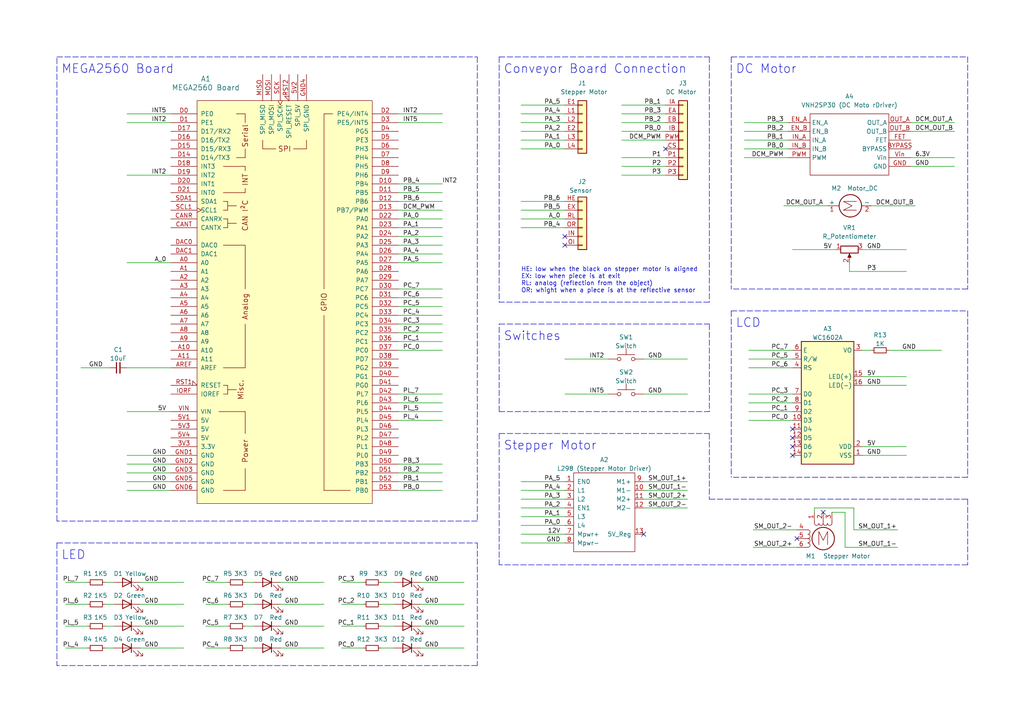
<source format=kicad_sch>
(kicad_sch (version 20211123) (generator eeschema)
  (paper "A4")
  (title_block (title "MECH 458/554 Project") (date "2023-11-13") (rev "A") (comment 1 "Group 6") (comment 2 "Taylor Liao") (comment 3 "Gavin Angman"))
  (lib_symbols
    (symbol "Conn_01x06_1" (pin_names (offset 1.016) hide)
      (property "Reference" "J?" (at -1.27 10.795 0))
      (property "Value" "Conn_01x06_1" (at -3.81 8.255 0))
      (symbol "Conn_01x06_1_1_1"
        (rectangle (start -1.27 -7.493) (end 0 -7.747) (stroke (width 0.1524)))
        (rectangle (start -1.27 -4.953) (end 0 -5.207) (stroke (width 0.1524)))
        (rectangle (start -1.27 -2.413) (end 0 -2.667) (stroke (width 0.1524)))
        (rectangle (start -1.27 0.127) (end 0 -0.127) (stroke (width 0.1524)))
        (rectangle (start -1.27 2.667) (end 0 2.413) (stroke (width 0.1524)))
        (rectangle (start -1.27 5.207) (end 0 4.953) (stroke (width 0.1524)))
        (rectangle (start -1.27 6.35) (end 1.27 -8.89) (stroke (width 0.254)) (fill (type background)))
        (pin passive line (at -5.08 2.54 0) (length 3.81) (name "Pin_2") (number "EX"))
        (pin passive line (at -5.08 5.08 0) (length 3.81) (name "Pin_1") (number "HE"))
        (pin passive line (at -5.08 -5.08 0) (length 3.81) (name "Pin_5") (number "IN"))
        (pin passive line (at -5.08 -7.62 0) (length 3.81) (name "Pin_6") (number "OI"))
        (pin passive line (at -5.08 -2.54 0) (length 3.81) (name "Pin_4") (number "OR"))
        (pin passive line (at -5.08 0 0) (length 3.81) (name "Pin_3") (number "RL"))
      )
    )
    (symbol "Connector_Generic:Conn_01x06" (pin_names (offset 1.016) hide)
      (property "Reference" "J?" (at -1.27 10.795 0))
      (property "Value" "Stepper Motor" (at -6.985 8.255 0))
      (symbol "Conn_01x06_1_1"
        (rectangle (start -1.27 -7.493) (end 0 -7.747) (stroke (width 0.1524)))
        (rectangle (start -1.27 -4.953) (end 0 -5.207) (stroke (width 0.1524)))
        (rectangle (start -1.27 -2.413) (end 0 -2.667) (stroke (width 0.1524)))
        (rectangle (start -1.27 0.127) (end 0 -0.127) (stroke (width 0.1524)))
        (rectangle (start -1.27 2.667) (end 0 2.413) (stroke (width 0.1524)))
        (rectangle (start -1.27 5.207) (end 0 4.953) (stroke (width 0.1524)))
        (rectangle (start -1.27 6.35) (end 1.27 -8.89) (stroke (width 0.254)) (fill (type background)))
        (pin passive line (at -5.08 5.08 0) (length 3.81) (name "Pin_1") (number "E1"))
        (pin passive line (at -5.08 -2.54 0) (length 3.81) (name "Pin_4") (number "E2"))
        (pin passive line (at -5.08 2.54 0) (length 3.81) (name "Pin_2") (number "L1"))
        (pin passive line (at -5.08 0 0) (length 3.81) (name "Pin_3") (number "L2"))
        (pin passive line (at -5.08 -5.08 0) (length 3.81) (name "Pin_5") (number "L3"))
        (pin passive line (at -5.08 -7.62 0) (length 3.81) (name "Pin_6") (number "L4"))
      )
    )
    (symbol "Connector_Generic:Conn_01x09" (pin_names (offset 1.016) hide)
      (property "Reference" "J?" (at -1.27 16.51 0))
      (property "Value" "DC Motor" (at -5.08 13.97 0))
      (symbol "Conn_01x09_1_1"
        (rectangle (start -1.27 -10.033) (end 0 -10.287) (stroke (width 0.1524)))
        (rectangle (start -1.27 -7.493) (end 0 -7.747) (stroke (width 0.1524)))
        (rectangle (start -1.27 -4.953) (end 0 -5.207) (stroke (width 0.1524)))
        (rectangle (start -1.27 -2.413) (end 0 -2.667) (stroke (width 0.1524)))
        (rectangle (start -1.27 0.127) (end 0 -0.127) (stroke (width 0.1524)))
        (rectangle (start -1.27 2.667) (end 0 2.413) (stroke (width 0.1524)))
        (rectangle (start -1.27 5.207) (end 0 4.953) (stroke (width 0.1524)))
        (rectangle (start -1.27 7.747) (end 0 7.493) (stroke (width 0.1524)))
        (rectangle (start -1.27 10.287) (end 0 10.033) (stroke (width 0.1524)))
        (rectangle (start -1.27 11.43) (end 1.27 -11.43) (stroke (width 0.254)) (fill (type background)))
        (pin passive line (at -5.08 -2.54 0) (length 3.81) (name "Pin_6") (number "CS"))
        (pin passive line (at -5.08 7.62 0) (length 3.81) (name "Pin_2") (number "EA"))
        (pin passive line (at -5.08 5.08 0) (length 3.81) (name "Pin_3") (number "EB"))
        (pin passive line (at -5.08 10.16 0) (length 3.81) (name "EA") (number "IA"))
        (pin passive line (at -5.08 2.54 0) (length 3.81) (name "Pin_4") (number "IB"))
        (pin passive line (at -5.08 -5.08 0) (length 3.81) (name "Pin_7") (number "P1"))
        (pin passive line (at -5.08 -7.62 0) (length 3.81) (name "Pin_8") (number "P2"))
        (pin passive line (at -5.08 -10.16 0) (length 3.81) (name "Pin_9") (number "P3"))
        (pin passive line (at -5.08 0 0) (length 3.81) (name "Pin_5") (number "PWM"))
      )
    )
    (symbol "Device:C_Small" (pin_numbers hide) (pin_names (offset 0.254) hide)
      (property "Reference" "C" (at 0.254 1.778 0))
      (property "Value" "C_Small" (at 0.254 -2.032 0))
      (symbol "C_Small_0_1"
        (polyline (pts (xy -1.524 -0.508) (xy 1.524 -0.508)) (stroke (width 0.3302)))
        (polyline (pts (xy -1.524 0.508) (xy 1.524 0.508)) (stroke (width 0.3048)))
      )
      (symbol "C_Small_1_1"
        (pin passive line (at 0 2.54 270) (length 2.032) (name "~") (number "1"))
        (pin passive line (at 0 -2.54 90) (length 2.032) (name "~") (number "2"))
      )
    )
    (symbol "Device:LED" (pin_numbers hide) (pin_names (offset 1.016) hide)
      (property "Reference" "D" (at 0 2.54 0))
      (property "Value" "LED" (at 0 -2.54 0))
      (symbol "LED_0_1"
        (polyline (pts (xy -1.27 -1.27) (xy -1.27 1.27)) (stroke (width 0.254)))
        (polyline (pts (xy -1.27 0) (xy 1.27 0)))
        (polyline (pts (xy 1.27 -1.27) (xy 1.27 1.27) (xy -1.27 0) (xy 1.27 -1.27)) (stroke (width 0.254)))
        (polyline (pts (xy -3.048 -0.762) (xy -4.572 -2.286) (xy -3.81 -2.286) (xy -4.572 -2.286) (xy -4.572 -1.524)))
        (polyline (pts (xy -1.778 -0.762) (xy -3.302 -2.286) (xy -2.54 -2.286) (xy -3.302 -2.286) (xy -3.302 -1.524)))
      )
      (symbol "LED_1_1"
        (pin passive line (at -3.81 0 0) (length 2.54) (name "K") (number "1"))
        (pin passive line (at 3.81 0 180) (length 2.54) (name "A") (number "2"))
      )
    )
    (symbol "Device:R_Potentiometer" (pin_names (offset 1.016) hide)
      (property "Reference" "RV" (at -4.445 0 90))
      (property "Value" "R_Potentiometer" (at -2.54 0 90))
      (symbol "R_Potentiometer_0_1"
        (polyline (pts (xy 2.54 0) (xy 1.524 0)))
        (polyline (pts (xy 1.143 0) (xy 2.286 0.508) (xy 2.286 -0.508) (xy 1.143 0)) (fill (type outline)))
        (rectangle (start 1.016 2.54) (end -1.016 -2.54) (stroke (width 0.254)))
      )
      (symbol "R_Potentiometer_1_1"
        (pin passive line (at 0 3.81 270) (length 1.27) (name "1") (number "1"))
        (pin passive line (at 3.81 0 180) (length 1.27) (name "2") (number "2"))
        (pin passive line (at 0 -3.81 90) (length 1.27) (name "3") (number "3"))
      )
    )
    (symbol "Device:R_Small" (pin_numbers hide) (pin_names (offset 0.254) hide)
      (property "Reference" "R" (at 0.762 0.508 0))
      (property "Value" "R_Small" (at 0.762 -1.016 0))
      (symbol "R_Small_0_1"
        (rectangle (start -0.762 1.778) (end 0.762 -1.778) (stroke (width 0.2032)))
      )
      (symbol "R_Small_1_1"
        (pin passive line (at 0 2.54 270) (length 0.762) (name "~") (number "1"))
        (pin passive line (at 0 -2.54 90) (length 0.762) (name "~") (number "2"))
      )
    )
    (symbol "Motor:Motor_DC" (pin_names (offset 0))
      (property "Reference" "M" (at 2.54 2.54 0))
      (property "Value" "Motor_DC" (at 2.54 -5.08 0))
      (symbol "Motor_DC_0_0"
        (polyline (pts (xy -1.27 -3.302) (xy -1.27 0.508) (xy 0 -2.032) (xy 1.27 0.508) (xy 1.27 -3.302)))
      )
      (symbol "Motor_DC_0_1"
        (circle (center 0 -1.524) (radius 3.2512) (stroke (width 0.254)))
        (polyline (pts (xy 0 -7.62) (xy 0 -7.112)))
        (polyline (pts (xy 0 -4.7752) (xy 0 -5.1816)))
        (polyline (pts (xy 0 1.7272) (xy 0 2.0828)))
        (polyline (pts (xy 0 2.032) (xy 0 2.54)))
      )
      (symbol "Motor_DC_1_1"
        (pin passive line (at 0 5.08 270) (length 2.54) (name "+") (number "1"))
        (pin passive line (at 0 -7.62 90) (length 2.54) (name "-") (number "2"))
      )
    )
    (symbol "Motor:Stepper_Motor_unipolar_6pin" (pin_names (offset 0) hide)
      (property "Reference" "M" (at 3.81 2.54 0))
      (property "Value" "Stepper_Motor_unipolar_6pin" (at 3.81 1.27 0))
      (symbol "Stepper_Motor_unipolar_6pin_0_0"
        (polyline (pts (xy -1.27 -1.778) (xy -1.27 2.032) (xy 0 -0.508) (xy 1.27 2.032) (xy 1.27 -1.778)))
      )
      (symbol "Stepper_Motor_unipolar_6pin_0_1"
        (arc (start -4.445 -2.54) (mid -3.81 -1.905) (end -4.445 -1.27))
        (arc (start -4.445 -1.27) (mid -3.81 -0.635) (end -4.445 0))
        (arc (start -4.445 0) (mid -3.81 0.635) (end -4.445 1.27))
        (arc (start -4.445 1.27) (mid -3.81 1.905) (end -4.445 2.54))
        (arc (start -2.54 4.445) (mid -1.905 3.81) (end -1.27 4.445))
        (arc (start -1.27 4.445) (mid -0.635 3.81) (end 0 4.445))
        (polyline (pts (xy -5.08 -2.54) (xy -4.445 -2.54)))
        (polyline (pts (xy -5.08 2.54) (xy -4.445 2.54)))
        (polyline (pts (xy -4.445 0) (xy -5.08 0)))
        (polyline (pts (xy -2.54 4.445) (xy -2.54 5.08)))
        (polyline (pts (xy 0 4.445) (xy 0 5.08)))
        (polyline (pts (xy 2.54 4.445) (xy 2.54 5.08)))
        (circle (center 0 0) (radius 3.2512) (stroke (width 0.254)))
        (arc (start 0 4.445) (mid 0.635 3.81) (end 1.27 4.445))
        (arc (start 1.27 4.445) (mid 1.905 3.81) (end 2.54 4.445))
      )
      (symbol "Stepper_Motor_unipolar_6pin_1_1"
        (pin passive line (at -2.54 7.62 270) (length 2.54) (name "~") (number "1"))
        (pin passive line (at 0 7.62 270) (length 2.54) (name "~") (number "2"))
        (pin passive line (at 2.54 7.62 270) (length 2.54) (name "-") (number "3"))
        (pin passive line (at -7.62 2.54 0) (length 2.54) (name "~") (number "4"))
        (pin passive line (at -7.62 0 0) (length 2.54) (name "~") (number "5"))
        (pin passive line (at -7.62 -2.54 0) (length 2.54) (name "~") (number "6"))
      )
    )
    (symbol "Project:L298" (pin_names (offset 1.016))
      (property "Reference" "U" (at 0 15.24 0))
      (property "Value" "L298" (at 0 12.7 0))
      (symbol "L298_0_1"
        (rectangle (start -8.89 11.43) (end 8.89 -11.43) (stroke (width 0.1524)))
      )
      (symbol "L298_1_1"
        (pin input line (at -11.43 8.89 0) (length 2.54) (name "EN0") (number "1"))
        (pin output line (at 11.43 6.35 180) (length 2.54) (name "M1-") (number "10"))
        (pin output line (at 11.43 3.81 180) (length 2.54) (name "M2+") (number "11"))
        (pin output line (at 11.43 1.27 180) (length 2.54) (name "M2-") (number "12"))
        (pin power_in line (at 11.43 -6.35 180) (length 2.54) (name "5V_Reg") (number "13"))
        (pin input line (at -11.43 6.35 0) (length 2.54) (name "L1") (number "2"))
        (pin input line (at -11.43 3.81 0) (length 2.54) (name "L2") (number "3"))
        (pin input line (at -11.43 1.27 0) (length 2.54) (name "EN1") (number "4"))
        (pin input line (at -11.43 -1.27 0) (length 2.54) (name "L3") (number "5"))
        (pin input line (at -11.43 -3.81 0) (length 2.54) (name "L4") (number "6"))
        (pin power_in line (at -11.43 -6.35 0) (length 2.54) (name "Mpwr+") (number "7"))
        (pin power_in line (at -11.43 -8.89 0) (length 2.54) (name "Mpwr-") (number "8"))
        (pin output line (at 11.43 8.89 180) (length 2.54) (name "M1+") (number "9"))
      )
    )
    (symbol "Project:LCD1602"
      (property "Reference" "DS?" (at -1.27 22.86 0))
      (property "Value" "LCD1602" (at -3.81 20.32 0))
      (symbol "LCD1602_1_1"
        (rectangle (start -7.62 17.78) (end 7.62 -17.78) (stroke (width 0.254)) (fill (type background)))
        (pin power_in line (at 10.16 -15.24 180) (length 2.54) (name "VSS") (number "1"))
        (pin input line (at -10.16 -5.08 0) (length 2.54) (name "D3") (number "10"))
        (pin input line (at -10.16 -7.62 0) (length 2.54) (name "D4") (number "11"))
        (pin input line (at -10.16 -10.16 0) (length 2.54) (name "D5") (number "12"))
        (pin input line (at -10.16 -12.7 0) (length 2.54) (name "D6") (number "13"))
        (pin input line (at -10.16 -15.24 0) (length 2.54) (name "D7") (number "14"))
        (pin power_in line (at 10.16 7.62 180) (length 2.54) (name "LED(+)") (number "15"))
        (pin power_in line (at 10.16 5.08 180) (length 2.54) (name "LED(-)") (number "16"))
        (pin power_in line (at 10.16 -12.7 180) (length 2.54) (name "VDD") (number "2"))
        (pin input line (at 10.16 15.24 180) (length 2.54) (name "VO") (number "3"))
        (pin input line (at -10.16 10.16 0) (length 2.54) (name "RS") (number "4"))
        (pin input line (at -10.16 12.7 0) (length 2.54) (name "R/W") (number "5"))
        (pin input line (at -10.16 15.24 0) (length 2.54) (name "E") (number "6"))
        (pin input line (at -10.16 2.54 0) (length 2.54) (name "D0") (number "7"))
        (pin input line (at -10.16 0 0) (length 2.54) (name "D1") (number "8"))
        (pin input line (at -10.16 -2.54 0) (length 2.54) (name "D2") (number "9"))
      )
    )
    (symbol "Project:VNH2SP30_(DC_Motor_Driver)"
      (property "Reference" "U?" (at 0 3.649 0))
      (property "Value" "VNH2SP30_(DC_Motor_Driver)" (at 0 1.1121 0))
      (symbol "VNH2SP30_(DC_Motor_Driver)_0_1"
        (rectangle (start -11.43 0) (end 11.43 -17.78) (stroke (width 0.1524)))
      )
      (symbol "VNH2SP30_(DC_Motor_Driver)_1_1"
        (pin passive line (at 17.78 -10.16 180) (length 6.35) (name "BYPASS") (number "BYPASS"))
        (pin passive line (at -17.78 -2.54 0) (length 6.35) (name "EN_A") (number "EN_A"))
        (pin passive line (at -17.78 -5.08 0) (length 6.35) (name "EN_B") (number "EN_B"))
        (pin passive line (at 17.78 -7.62 180) (length 6.35) (name "FET") (number "FET"))
        (pin passive line (at 17.78 -15.24 180) (length 6.35) (name "GND") (number "GND"))
        (pin passive line (at -17.78 -7.62 0) (length 6.35) (name "IN_A") (number "IN_A"))
        (pin passive line (at -17.78 -10.16 0) (length 6.35) (name "IN_B") (number "IN_B"))
        (pin passive line (at 17.78 -2.54 180) (length 6.35) (name "OUT_A") (number "OUT_A"))
        (pin passive line (at 17.78 -5.08 180) (length 6.35) (name "OUT_B") (number "OUT_B"))
        (pin passive line (at -17.78 -12.7 0) (length 6.35) (name "PWM") (number "PWM"))
        (pin passive line (at 17.78 -12.7 180) (length 6.35) (name "Vin") (number "Vin"))
      )
    )
    (symbol "Switch:SW_Push" (pin_numbers hide) (pin_names (offset 1.016) hide)
      (property "Reference" "SW" (at 1.27 2.54 0))
      (property "Value" "SW_Push" (at 0 -1.524 0))
      (symbol "SW_Push_0_1"
        (circle (center -2.032 0) (radius 0.508))
        (polyline (pts (xy 0 1.27) (xy 0 3.048)))
        (polyline (pts (xy 2.54 1.27) (xy -2.54 1.27)))
        (circle (center 2.032 0) (radius 0.508))
        (pin passive line (at -5.08 0 0) (length 2.54) (name "1") (number "1"))
        (pin passive line (at 5.08 0 180) (length 2.54) (name "2") (number "2"))
      )
    )
    (symbol "arduino-library:Arduino_Due_Shield" (pin_names (offset 1.016))
      (property "Reference" "A?" (at 0 -60.5517 0))
      (property "Value" "MEGA2560 Board" (at 0 -63.5451 0))
      (symbol "Arduino_Due_Shield_0_0"
        (rectangle (start -25.4 -58.42) (end 25.4 58.42) (fill (type background)))
        (rectangle (start -19.05 -31.75) (end -11.43 -31.75))
        (rectangle (start -17.78 -54.61) (end -11.43 -54.61))
        (rectangle (start -17.78 -26.67) (end -16.51 -26.67))
        (rectangle (start -17.78 -24.13) (end -16.51 -24.13))
        (rectangle (start -17.78 -19.05) (end -11.43 -19.05))
        (rectangle (start -17.78 16.51) (end -11.43 16.51))
        (rectangle (start -17.78 21.59) (end -16.51 21.59))
        (rectangle (start -17.78 24.13) (end -16.51 24.13))
        (rectangle (start -17.78 26.67) (end -16.51 26.67))
        (rectangle (start -17.78 29.21) (end -16.51 29.21))
        (rectangle (start -17.78 31.75) (end -11.43 31.75))
        (rectangle (start -17.78 39.37) (end -11.43 39.37))
        (rectangle (start -16.51 -25.4) (end -13.97 -25.4))
        (rectangle (start -16.51 -24.13) (end -16.51 -26.67))
        (rectangle (start -16.51 22.86) (end -13.97 22.86))
        (rectangle (start -16.51 24.13) (end -16.51 21.59))
        (rectangle (start -16.51 27.94) (end -13.97 27.94))
        (rectangle (start -16.51 29.21) (end -16.51 26.67))
        (rectangle (start -11.43 -54.61) (end -11.43 -48.26))
        (rectangle (start -11.43 -31.75) (end -11.43 -38.1))
        (rectangle (start -11.43 -6.35) (end -11.43 -19.05))
        (rectangle (start -11.43 16.51) (end -11.43 3.81))
        (rectangle (start -11.43 33.02) (end -11.43 31.75))
        (rectangle (start -11.43 39.37) (end -11.43 38.1))
        (rectangle (start -11.43 41.91) (end -13.97 41.91))
        (rectangle (start -11.43 44.45) (end -11.43 41.91))
        (rectangle (start -11.43 54.61) (end -13.97 54.61))
        (rectangle (start -11.43 54.61) (end -11.43 52.07))
        (rectangle (start -6.35 46.99) (end -6.35 44.45))
        (rectangle (start -2.54 44.45) (end -6.35 44.45))
        (polyline (pts (xy 11.43 -54.61) (xy 19.05 -54.61)))
        (polyline (pts (xy 13.97 54.61) (xy 11.43 54.61)))
        (rectangle (start 6.35 44.45) (end 2.54 44.45))
        (rectangle (start 6.35 46.99) (end 6.35 44.45))
        (text "Analog" (at -11.43 -1.27 900) (effects (font (size 1.524 1.524))))
        (text "CAN" (at -11.43 22.86 900) (effects (font (size 1.524 1.524))))
        (text "INT" (at -11.43 35.56 900) (effects (font (size 1.524 1.524))))
        (text "I²C" (at -11.43 27.94 900) (effects (font (size 1.524 1.524))))
        (text "Misc." (at -12.7 -25.4 900) (effects (font (size 1.524 1.524))))
        (text "Power" (at -11.43 -43.18 900) (effects (font (size 1.524 1.524))))
        (text "Serial" (at -11.43 48.26 900) (effects (font (size 1.524 1.524))))
        (text "SPI" (at 0 44.45 0) (effects (font (size 1.524 1.524))))
      )
      (symbol "Arduino_Due_Shield_1_0"
        (rectangle (start 11.43 -54.61) (end 11.43 -3.81))
        (rectangle (start 11.43 54.61) (end 11.43 3.81))
        (text "GPIO" (at 11.43 0 900) (effects (font (size 1.524 1.524))))
      )
      (symbol "Arduino_Due_Shield_1_1"
        (pin power_out line (at -33.02 -41.91 0) (length 7.62) (name "3.3V") (number "3V3"))
        (pin power_in line (at -33.02 -34.29 0) (length 7.62) (name "5V") (number "5V1"))
        (pin power_in line (at 3.81 66.04 270) (length 7.62) (name "SPI_5V") (number "5V2"))
        (pin power_in line (at -33.02 -36.83 0) (length 7.62) (name "5V") (number "5V3"))
        (pin power_in line (at -33.02 -39.37 0) (length 7.62) (name "5V") (number "5V4"))
        (pin bidirectional line (at -33.02 11.43 0) (length 7.62) (name "A0") (number "A0"))
        (pin bidirectional line (at -33.02 8.89 0) (length 7.62) (name "A1") (number "A1"))
        (pin bidirectional line (at -33.02 -13.97 0) (length 7.62) (name "A10") (number "A10"))
        (pin bidirectional line (at -33.02 -16.51 0) (length 7.62) (name "A11") (number "A11"))
        (pin bidirectional line (at -33.02 6.35 0) (length 7.62) (name "A2") (number "A2"))
        (pin bidirectional line (at -33.02 3.81 0) (length 7.62) (name "A3") (number "A3"))
        (pin bidirectional line (at -33.02 1.27 0) (length 7.62) (name "A4") (number "A4"))
        (pin bidirectional line (at -33.02 -1.27 0) (length 7.62) (name "A5") (number "A5"))
        (pin bidirectional line (at -33.02 -3.81 0) (length 7.62) (name "A6") (number "A6"))
        (pin bidirectional line (at -33.02 -6.35 0) (length 7.62) (name "A7") (number "A7"))
        (pin bidirectional line (at -33.02 -8.89 0) (length 7.62) (name "A8") (number "A8"))
        (pin bidirectional line (at -33.02 -11.43 0) (length 7.62) (name "A9") (number "A9"))
        (pin input line (at -33.02 -19.05 0) (length 7.62) (name "AREF") (number "AREF"))
        (pin bidirectional line (at -33.02 24.13 0) (length 7.62) (name "CANRX") (number "CANR"))
        (pin bidirectional line (at -33.02 21.59 0) (length 7.62) (name "CANTX") (number "CANT"))
        (pin bidirectional line (at -33.02 54.61 0) (length 7.62) (name "PE0") (number "D0"))
        (pin bidirectional line (at -33.02 52.07 0) (length 7.62) (name "PE1") (number "D1"))
        (pin bidirectional line (at 33.02 34.29 180) (length 7.62) (name "PB4") (number "D10"))
        (pin bidirectional line (at 33.02 31.75 180) (length 7.62) (name "PB5") (number "D11"))
        (pin bidirectional line (at 33.02 29.21 180) (length 7.62) (name "PB6") (number "D12"))
        (pin bidirectional line (at 33.02 26.67 180) (length 7.62) (name "PB7/PWM") (number "D13"))
        (pin bidirectional line (at -33.02 41.91 0) (length 7.62) (name "D14/TX3") (number "D14"))
        (pin bidirectional line (at -33.02 44.45 0) (length 7.62) (name "D15/RX3") (number "D15"))
        (pin bidirectional line (at -33.02 46.99 0) (length 7.62) (name "D16/TX2") (number "D16"))
        (pin bidirectional line (at -33.02 49.53 0) (length 7.62) (name "D17/RX2") (number "D17"))
        (pin bidirectional line (at -33.02 39.37 0) (length 7.62) (name "INT3") (number "D18"))
        (pin bidirectional line (at -33.02 36.83 0) (length 7.62) (name "INT2") (number "D19"))
        (pin bidirectional line (at 33.02 54.61 180) (length 7.62) (name "PE4/INT4") (number "D2"))
        (pin bidirectional line (at -33.02 34.29 0) (length 7.62) (name "INT1") (number "D20"))
        (pin bidirectional line (at -33.02 31.75 0) (length 7.62) (name "INT0") (number "D21"))
        (pin bidirectional line (at 33.02 24.13 180) (length 7.62) (name "PA0") (number "D22"))
        (pin bidirectional line (at 33.02 21.59 180) (length 7.62) (name "PA1") (number "D23"))
        (pin bidirectional line (at 33.02 19.05 180) (length 7.62) (name "PA2") (number "D24"))
        (pin bidirectional line (at 33.02 16.51 180) (length 7.62) (name "PA3") (number "D25"))
        (pin bidirectional line (at 33.02 13.97 180) (length 7.62) (name "PA4") (number "D26"))
        (pin bidirectional line (at 33.02 11.43 180) (length 7.62) (name "PA5") (number "D27"))
        (pin bidirectional line (at 33.02 8.89 180) (length 7.62) (name "PA6") (number "D28"))
        (pin bidirectional line (at 33.02 6.35 180) (length 7.62) (name "PA7") (number "D29"))
        (pin bidirectional line (at 33.02 52.07 180) (length 7.62) (name "PE5/INT5") (number "D3"))
        (pin bidirectional line (at 33.02 3.81 180) (length 7.62) (name "PC7") (number "D30"))
        (pin bidirectional line (at 33.02 1.27 180) (length 7.62) (name "PC6") (number "D31"))
        (pin bidirectional line (at 33.02 -1.27 180) (length 7.62) (name "PC5") (number "D32"))
        (pin bidirectional line (at 33.02 -3.81 180) (length 7.62) (name "PC4") (number "D33"))
        (pin bidirectional line (at 33.02 -6.35 180) (length 7.62) (name "PC3") (number "D34"))
        (pin bidirectional line (at 33.02 -8.89 180) (length 7.62) (name "PC2") (number "D35"))
        (pin bidirectional line (at 33.02 -11.43 180) (length 7.62) (name "PC1") (number "D36"))
        (pin bidirectional line (at 33.02 -13.97 180) (length 7.62) (name "PC0") (number "D37"))
        (pin bidirectional line (at 33.02 -16.51 180) (length 7.62) (name "PD7") (number "D38"))
        (pin bidirectional line (at 33.02 -19.05 180) (length 7.62) (name "PG2") (number "D39"))
        (pin bidirectional line (at 33.02 49.53 180) (length 7.62) (name "PG5") (number "D4"))
        (pin bidirectional line (at 33.02 -21.59 180) (length 7.62) (name "PG1") (number "D40"))
        (pin bidirectional line (at 33.02 -24.13 180) (length 7.62) (name "PG0") (number "D41"))
        (pin bidirectional line (at 33.02 -26.67 180) (length 7.62) (name "PL7") (number "D42"))
        (pin bidirectional line (at 33.02 -29.21 180) (length 7.62) (name "PL6") (number "D43"))
        (pin bidirectional line (at 33.02 -31.75 180) (length 7.62) (name "PL5") (number "D44"))
        (pin bidirectional line (at 33.02 -34.29 180) (length 7.62) (name "PL4") (number "D45"))
        (pin bidirectional line (at 33.02 -36.83 180) (length 7.62) (name "PL3") (number "D46"))
        (pin bidirectional line (at 33.02 -39.37 180) (length 7.62) (name "PL2") (number "D47"))
        (pin bidirectional line (at 33.02 -41.91 180) (length 7.62) (name "PL1") (number "D48"))
        (pin bidirectional line (at 33.02 -44.45 180) (length 7.62) (name "PL0") (number "D49"))
        (pin bidirectional line (at 33.02 46.99 180) (length 7.62) (name "PE3") (number "D5"))
        (pin bidirectional line (at 33.02 -46.99 180) (length 7.62) (name "PB3") (number "D50"))
        (pin bidirectional line (at 33.02 -49.53 180) (length 7.62) (name "PB2") (number "D51"))
        (pin bidirectional line (at 33.02 -52.07 180) (length 7.62) (name "PB1") (number "D52"))
        (pin bidirectional line (at 33.02 -54.61 180) (length 7.62) (name "PB0") (number "D53"))
        (pin bidirectional line (at 33.02 44.45 180) (length 7.62) (name "PH3") (number "D6"))
        (pin bidirectional line (at 33.02 41.91 180) (length 7.62) (name "PH4") (number "D7"))
        (pin bidirectional line (at 33.02 39.37 180) (length 7.62) (name "PH5") (number "D8"))
        (pin bidirectional line (at 33.02 36.83 180) (length 7.62) (name "PH6") (number "D9"))
        (pin bidirectional line (at -33.02 16.51 0) (length 7.62) (name "DAC0") (number "DAC0"))
        (pin bidirectional line (at -33.02 13.97 0) (length 7.62) (name "DAC1") (number "DAC1"))
        (pin power_in line (at -33.02 -44.45 0) (length 7.62) (name "GND") (number "GND1"))
        (pin power_in line (at -33.02 -46.99 0) (length 7.62) (name "GND") (number "GND2"))
        (pin power_in line (at -33.02 -49.53 0) (length 7.62) (name "GND") (number "GND3"))
        (pin power_in line (at 6.35 66.04 270) (length 7.62) (name "SPI_GND") (number "GND4"))
        (pin power_in line (at -33.02 -52.07 0) (length 7.62) (name "GND") (number "GND5"))
        (pin power_in line (at -33.02 -54.61 0) (length 7.62) (name "GND") (number "GND6"))
        (pin output line (at -33.02 -26.67 0) (length 7.62) (name "IOREF") (number "IORF"))
        (pin input line (at -6.35 66.04 270) (length 7.62) (name "SPI_MISO") (number "MISO"))
        (pin output line (at -3.81 66.04 270) (length 7.62) (name "SPI_MOSI") (number "MOSI"))
        (pin open_collector input_low (at -33.02 -24.13 0) (length 7.62) (name "RESET") (number "RST1"))
        (pin open_collector input_low (at 1.27 66.04 270) (length 7.62) (name "SPI_RESET") (number "RST2"))
        (pin output clock (at -1.27 66.04 270) (length 7.62) (name "SPI_SCK") (number "SCK"))
        (pin bidirectional clock (at -33.02 26.67 0) (length 7.62) (name "SCL1") (number "SCL1"))
        (pin bidirectional line (at -33.02 29.21 0) (length 7.62) (name "SDA1") (number "SDA1"))
        (pin power_in line (at -33.02 -31.75 0) (length 7.62) (name "VIN") (number "VIN"))
      )
    )
  )
  (no_connect (at 229.87 129.54))
  (no_connect (at 163.83 68.58))
  (no_connect (at 186.69 154.94))
  (no_connect (at 163.83 71.12))
  (no_connect (at 229.87 127))
  (no_connect (at 229.87 132.08))
  (no_connect (at 231.14 156.21))
  (no_connect (at 193.04 43.18))
  (no_connect (at 229.87 124.46))
  (no_connect (at 238.76 148.59))
  (wire (pts (xy 151.13 58.42) (xy 163.83 58.42)))
  (wire (pts (xy 115.57 55.88) (xy 128.27 55.88)))
  (polyline (pts (xy 144.78 93.98) (xy 205.74 93.98)))
  (polyline (pts (xy 280.67 16.51) (xy 280.67 83.82)))
  (wire (pts (xy 180.34 50.8) (xy 193.04 50.8)))
  (wire (pts (xy 186.69 142.24) (xy 199.39 142.24)))
  (wire (pts (xy 199.39 114.3) (xy 186.69 114.3)))
  (polyline (pts (xy 138.43 16.51) (xy 138.43 151.13)))
  (wire (pts (xy 163.83 40.64) (xy 151.13 40.64)))
  (wire (pts (xy 19.05 175.26) (xy 25.4 175.26)))
  (wire (pts (xy 49.53 134.62) (xy 36.83 134.62)))
  (polyline (pts (xy 212.09 90.17) (xy 280.67 90.17)))
  (wire (pts (xy 115.57 33.02) (xy 128.27 33.02)))
  (wire (pts (xy 115.57 119.38) (xy 128.27 119.38)))
  (wire (pts (xy 180.34 45.72) (xy 193.04 45.72)))
  (wire (pts (xy 115.57 63.5) (xy 128.27 63.5)))
  (wire (pts (xy 163.83 35.56) (xy 151.13 35.56)))
  (wire (pts (xy 115.57 121.92) (xy 128.27 121.92)))
  (wire (pts (xy 199.39 104.14) (xy 186.69 104.14)))
  (wire (pts (xy 180.34 40.64) (xy 193.04 40.64)))
  (wire (pts (xy 115.57 66.04) (xy 128.27 66.04)))
  (wire (pts (xy 115.57 101.6) (xy 128.27 101.6)))
  (wire (pts (xy 262.89 132.08) (xy 250.19 132.08)))
  (wire (pts (xy 247.65 147.32) (xy 247.65 153.67)))
  (polyline (pts (xy 205.74 87.63) (xy 144.78 87.63)))
  (wire (pts (xy 163.83 38.1) (xy 151.13 38.1)))
  (wire (pts (xy 250.19 129.54) (xy 262.89 129.54)))
  (wire (pts (xy 110.49 175.26) (xy 114.3 175.26)))
  (wire (pts (xy 115.57 93.98) (xy 128.27 93.98)))
  (polyline (pts (xy 144.78 119.38) (xy 144.78 93.98)))
  (wire (pts (xy 115.57 96.52) (xy 128.27 96.52)))
  (wire (pts (xy 180.34 48.26) (xy 193.04 48.26)))
  (wire (pts (xy 40.64 168.91) (xy 53.34 168.91)))
  (wire (pts (xy 40.64 181.61) (xy 53.34 181.61)))
  (wire (pts (xy 241.3 148.59) (xy 245.11 148.59)))
  (wire (pts (xy 99.06 187.96) (xy 105.41 187.96)))
  (wire (pts (xy 151.13 154.94) (xy 163.83 154.94)))
  (polyline (pts (xy 144.78 125.73) (xy 144.78 163.83)))
  (wire (pts (xy 81.28 181.61) (xy 93.98 181.61)))
  (wire (pts (xy 81.28 175.26) (xy 93.98 175.26)))
  (wire (pts (xy 115.57 116.84) (xy 128.27 116.84)))
  (wire (pts (xy 81.28 168.91) (xy 93.98 168.91)))
  (polyline (pts (xy 205.74 144.78) (xy 280.67 144.78)))
  (polyline (pts (xy 144.78 125.73) (xy 205.74 125.73)))
  (wire (pts (xy 115.57 91.44) (xy 128.27 91.44)))
  (wire (pts (xy 151.13 60.96) (xy 163.83 60.96)))
  (wire (pts (xy 121.92 168.91) (xy 134.62 168.91)))
  (wire (pts (xy 257.81 101.6) (xy 273.05 101.6)))
  (wire (pts (xy 218.44 158.75) (xy 231.14 158.75)))
  (wire (pts (xy 193.04 35.56) (xy 180.34 35.56)))
  (wire (pts (xy 264.16 38.1) (xy 276.86 38.1)))
  (wire (pts (xy 73.66 175.26) (xy 71.12 175.26)))
  (wire (pts (xy 81.28 187.96) (xy 93.98 187.96)))
  (wire (pts (xy 250.19 101.6) (xy 252.73 101.6)))
  (wire (pts (xy 163.83 147.32) (xy 151.13 147.32)))
  (wire (pts (xy 23.495 106.68) (xy 31.75 106.68)))
  (wire (pts (xy 236.22 147.32) (xy 247.65 147.32)))
  (wire (pts (xy 49.53 50.8) (xy 36.83 50.8)))
  (wire (pts (xy 186.69 144.78) (xy 199.39 144.78)))
  (wire (pts (xy 99.06 181.61) (xy 105.41 181.61)))
  (polyline (pts (xy 16.51 151.13) (xy 16.51 16.51)))
  (wire (pts (xy 151.13 157.48) (xy 163.83 157.48)))
  (wire (pts (xy 186.69 139.7) (xy 199.39 139.7)))
  (polyline (pts (xy 16.51 157.48) (xy 138.43 157.48)))
  (wire (pts (xy 163.83 152.4) (xy 151.13 152.4)))
  (wire (pts (xy 245.11 148.59) (xy 245.11 158.75)))
  (wire (pts (xy 247.65 153.67) (xy 260.35 153.67)))
  (wire (pts (xy 110.49 187.96) (xy 114.3 187.96)))
  (wire (pts (xy 115.57 86.36) (xy 128.27 86.36)))
  (wire (pts (xy 115.57 58.42) (xy 128.27 58.42)))
  (wire (pts (xy 163.83 139.7) (xy 151.13 139.7)))
  (polyline (pts (xy 138.43 193.04) (xy 16.51 193.04)))
  (wire (pts (xy 276.86 48.26) (xy 264.16 48.26)))
  (polyline (pts (xy 280.67 90.17) (xy 280.67 138.43)))
  (wire (pts (xy 176.53 114.3) (xy 163.83 114.3)))
  (wire (pts (xy 229.87 116.84) (xy 217.17 116.84)))
  (wire (pts (xy 59.69 168.91) (xy 66.04 168.91)))
  (wire (pts (xy 49.53 33.02) (xy 36.83 33.02)))
  (polyline (pts (xy 280.67 163.83) (xy 144.78 163.83)))
  (wire (pts (xy 59.69 175.26) (xy 66.04 175.26)))
  (wire (pts (xy 193.04 38.1) (xy 180.34 38.1)))
  (wire (pts (xy 246.38 78.74) (xy 262.89 78.74)))
  (wire (pts (xy 128.27 60.96) (xy 115.57 60.96)))
  (wire (pts (xy 264.16 35.56) (xy 276.86 35.56)))
  (wire (pts (xy 193.04 33.02) (xy 180.34 33.02)))
  (polyline (pts (xy 205.74 125.73) (xy 205.74 144.78)))
  (wire (pts (xy 99.06 175.26) (xy 105.41 175.26)))
  (wire (pts (xy 19.05 181.61) (xy 25.4 181.61)))
  (wire (pts (xy 229.87 101.6) (xy 217.17 101.6)))
  (wire (pts (xy 110.49 181.61) (xy 114.3 181.61)))
  (wire (pts (xy 262.89 111.76) (xy 250.19 111.76)))
  (wire (pts (xy 228.6 35.56) (xy 215.9 35.56)))
  (wire (pts (xy 49.53 137.16) (xy 36.83 137.16)))
  (wire (pts (xy 115.57 73.66) (xy 128.27 73.66)))
  (wire (pts (xy 229.87 114.3) (xy 217.17 114.3)))
  (wire (pts (xy 250.19 109.22) (xy 262.89 109.22)))
  (wire (pts (xy 163.83 149.86) (xy 151.13 149.86)))
  (wire (pts (xy 115.57 114.3) (xy 128.27 114.3)))
  (polyline (pts (xy 205.74 16.51) (xy 205.74 87.63)))
  (polyline (pts (xy 16.51 16.51) (xy 138.43 16.51)))
  (wire (pts (xy 36.83 106.68) (xy 49.53 106.68)))
  (polyline (pts (xy 212.09 90.17) (xy 212.09 138.43)))
  (wire (pts (xy 59.69 187.96) (xy 66.04 187.96)))
  (wire (pts (xy 193.04 30.48) (xy 180.34 30.48)))
  (wire (pts (xy 110.49 168.91) (xy 114.3 168.91)))
  (wire (pts (xy 115.57 99.06) (xy 128.27 99.06)))
  (polyline (pts (xy 280.67 138.43) (xy 212.09 138.43)))
  (wire (pts (xy 59.69 181.61) (xy 66.04 181.61)))
  (wire (pts (xy 115.57 53.34) (xy 128.27 53.34)))
  (wire (pts (xy 228.6 38.1) (xy 215.9 38.1)))
  (wire (pts (xy 186.69 147.32) (xy 199.39 147.32)))
  (wire (pts (xy 36.83 119.38) (xy 49.53 119.38)))
  (wire (pts (xy 40.64 175.26) (xy 53.34 175.26)))
  (wire (pts (xy 73.66 187.96) (xy 71.12 187.96)))
  (wire (pts (xy 176.53 104.14) (xy 163.83 104.14)))
  (wire (pts (xy 121.92 175.26) (xy 134.62 175.26)))
  (wire (pts (xy 121.92 187.96) (xy 134.62 187.96)))
  (polyline (pts (xy 138.43 157.48) (xy 138.43 193.04)))
  (wire (pts (xy 49.53 142.24) (xy 36.83 142.24)))
  (wire (pts (xy 218.44 153.67) (xy 231.14 153.67)))
  (wire (pts (xy 33.02 187.96) (xy 30.48 187.96)))
  (wire (pts (xy 115.57 142.24) (xy 128.27 142.24)))
  (wire (pts (xy 264.16 45.72) (xy 276.86 45.72)))
  (wire (pts (xy 121.92 181.61) (xy 134.62 181.61)))
  (wire (pts (xy 228.6 40.64) (xy 215.9 40.64)))
  (wire (pts (xy 99.06 168.91) (xy 105.41 168.91)))
  (wire (pts (xy 115.57 134.62) (xy 128.27 134.62)))
  (wire (pts (xy 73.66 181.61) (xy 71.12 181.61)))
  (wire (pts (xy 163.83 30.48) (xy 151.13 30.48)))
  (polyline (pts (xy 144.78 119.38) (xy 205.74 119.38)))
  (polyline (pts (xy 280.67 144.78) (xy 280.67 163.83)))
  (wire (pts (xy 163.83 43.18) (xy 151.13 43.18)))
  (wire (pts (xy 229.87 106.68) (xy 217.17 106.68)))
  (wire (pts (xy 49.53 35.56) (xy 36.83 35.56)))
  (wire (pts (xy 49.53 76.2) (xy 36.83 76.2)))
  (wire (pts (xy 228.6 43.18) (xy 215.9 43.18)))
  (wire (pts (xy 33.02 181.61) (xy 30.48 181.61)))
  (wire (pts (xy 151.13 66.04) (xy 163.83 66.04)))
  (wire (pts (xy 245.11 158.75) (xy 260.35 158.75)))
  (wire (pts (xy 40.64 187.96) (xy 53.34 187.96)))
  (polyline (pts (xy 138.43 151.13) (xy 16.51 151.13)))
  (wire (pts (xy 19.05 168.91) (xy 25.4 168.91)))
  (polyline (pts (xy 212.09 16.51) (xy 280.67 16.51)))
  (wire (pts (xy 115.57 68.58) (xy 128.27 68.58)))
  (wire (pts (xy 115.57 71.12) (xy 128.27 71.12)))
  (wire (pts (xy 115.57 88.9) (xy 128.27 88.9)))
  (wire (pts (xy 115.57 139.7) (xy 128.27 139.7)))
  (wire (pts (xy 229.87 104.14) (xy 217.17 104.14)))
  (wire (pts (xy 163.83 144.78) (xy 151.13 144.78)))
  (wire (pts (xy 262.89 72.39) (xy 250.19 72.39)))
  (polyline (pts (xy 280.67 83.82) (xy 212.09 83.82)))
  (wire (pts (xy 151.13 63.5) (xy 163.83 63.5)))
  (wire (pts (xy 33.02 168.91) (xy 30.48 168.91)))
  (wire (pts (xy 229.87 121.92) (xy 217.17 121.92)))
  (wire (pts (xy 240.03 59.69) (xy 227.33 59.69)))
  (wire (pts (xy 19.05 187.96) (xy 25.4 187.96)))
  (wire (pts (xy 229.87 72.39) (xy 242.57 72.39)))
  (polyline (pts (xy 16.51 157.48) (xy 16.51 193.04)))
  (wire (pts (xy 73.66 168.91) (xy 71.12 168.91)))
  (wire (pts (xy 115.57 35.56) (xy 128.27 35.56)))
  (wire (pts (xy 246.38 76.2) (xy 246.38 78.74)))
  (wire (pts (xy 33.02 175.26) (xy 30.48 175.26)))
  (wire (pts (xy 163.83 142.24) (xy 151.13 142.24)))
  (wire (pts (xy 252.73 59.69) (xy 265.43 59.69)))
  (polyline (pts (xy 212.09 16.51) (xy 212.09 83.82)))
  (polyline (pts (xy 144.78 16.51) (xy 144.78 87.63)))
  (wire (pts (xy 236.22 148.59) (xy 236.22 147.32)))
  (wire (pts (xy 229.87 119.38) (xy 217.17 119.38)))
  (wire (pts (xy 163.83 33.02) (xy 151.13 33.02)))
  (wire (pts (xy 49.53 139.7) (xy 36.83 139.7)))
  (polyline (pts (xy 144.78 16.51) (xy 205.74 16.51)))
  (wire (pts (xy 115.57 137.16) (xy 128.27 137.16)))
  (wire (pts (xy 115.57 76.2) (xy 128.27 76.2)))
  (wire (pts (xy 115.57 83.82) (xy 128.27 83.82)))
  (wire (pts (xy 215.9 45.72) (xy 228.6 45.72)))
  (polyline (pts (xy 205.74 93.98) (xy 205.74 119.38)))
  (wire (pts (xy 49.53 132.08) (xy 36.83 132.08)))
  (text "Conveyor Board Connection" (at 146.05 21.59 0) (effects (font (size 2.54 2.54)) (justify left bottom)))
  (text "Stepper Motor" (at 146.05 130.81 0) (effects (font (size 2.54 2.54)) (justify left bottom)))
  (text "LED" (at 17.78 162.56 0) (effects (font (size 2.54 2.54)) (justify left bottom)))
  (text "HE: low when the black on stepper motor is aligned\nEX: low when piece is at exit\nRL: analog (reflection from the object)\nOR: whight when a piece is at the reflective sensor" (at 151.13 85.09 0) (effects (font (size 1.27 1.27)) (justify left bottom)))
  (text "MEGA2560 Board" (at 17.78 21.59 0) (effects (font (size 2.54 2.54)) (justify left bottom)))
  (text "DC Motor" (at 213.36 21.59 0) (effects (font (size 2.54 2.54)) (justify left bottom)))
  (text "Switches" (at 146.05 99.06 0) (effects (font (size 2.54 2.54)) (justify left bottom)))
  (text "LCD" (at 213.36 95.25 0) (effects (font (size 2.54 2.54)) (justify left bottom)))
  (label "PA_3" (at 116.84 71.12 0))
  (label "PC_4" (at 116.84 91.44 0))
  (label "DCM_OUT_B" (at 254 59.69 0))
  (label "A_0" (at 162.56 63.5 180))
  (label "PA_1" (at 162.56 149.86 180))
  (label "GND" (at 251.46 132.08 0))
  (label "PC_0" (at 228.6 121.92 180))
  (label "PB_5" (at 116.84 55.88 0))
  (label "PC_2" (at 116.84 96.52 0))
  (label "PC_6" (at 116.84 86.36 0))
  (label "PL_6" (at 116.84 116.84 0))
  (label "PC_5" (at 63.5 181.61 180))
  (label "PB_3" (at 116.84 134.62 0))
  (label "GND" (at 48.26 134.62 180))
  (label "INT2" (at 48.26 50.8 180))
  (label "INT2" (at 116.84 33.02 0))
  (label "GND" (at 123.19 175.26 0))
  (label "12V" (at 162.56 154.94 180))
  (label "GND" (at 82.55 187.96 0))
  (label "INT2" (at 128.27 53.34 0))
  (label "PA_2" (at 162.56 38.1 180))
  (label "PC_1" (at 116.84 99.06 0))
  (label "PC_7" (at 63.5 168.91 180))
  (label "GND" (at 82.55 181.61 0))
  (label "PL_5" (at 22.86 181.61 180))
  (label "PB_1" (at 191.77 30.48 180))
  (label "SM_OUT_2-" (at 187.96 147.32 0))
  (label "GND" (at 48.26 139.7 180))
  (label "DCM_PWM" (at 227.33 45.72 180))
  (label "PL_4" (at 22.86 187.96 180))
  (label "PA_1" (at 162.56 40.64 180))
  (label "6.3V" (at 265.43 45.72 0))
  (label "PB_1" (at 116.84 139.7 0))
  (label "PC_6" (at 228.6 106.68 180))
  (label "SM_OUT_2-" (at 229.87 153.67 180))
  (label "PA_1" (at 116.84 66.04 0))
  (label "SM_OUT_1+" (at 248.92 153.67 0))
  (label "PA_5" (at 162.56 30.48 180))
  (label "PB_1" (at 227.33 40.64 180))
  (label "PB_0" (at 227.33 43.18 180))
  (label "SM_OUT_2+" (at 229.87 158.75 180))
  (label "PC_4" (at 63.5 187.96 180))
  (label "PL_4" (at 116.84 121.92 0))
  (label "GND" (at 48.26 137.16 180))
  (label "PL_6" (at 22.86 175.26 180))
  (label "INT5" (at 175.26 114.3 180))
  (label "PB_3" (at 227.33 35.56 180))
  (label "PC_7" (at 116.84 83.82 0))
  (label "PA_5" (at 116.84 76.2 0))
  (label "PA_0" (at 116.84 63.5 0))
  (label "GND" (at 48.26 132.08 180))
  (label "PC_1" (at 228.6 119.38 180))
  (label "PA_0" (at 162.56 152.4 180))
  (label "PC_3" (at 116.84 93.98 0))
  (label "PB_2" (at 191.77 35.56 180))
  (label "PC_3" (at 228.6 114.3 180))
  (label "PL_7" (at 116.84 114.3 0))
  (label "PC_7" (at 228.6 101.6 180))
  (label "INT2" (at 175.26 104.14 180))
  (label "5V" (at 48.26 119.38 180))
  (label "PB_3" (at 191.77 33.02 180))
  (label "P1" (at 191.77 45.72 180))
  (label "GND" (at 123.19 168.91 0))
  (label "GND" (at 41.91 168.91 0))
  (label "GND" (at 251.46 72.39 0))
  (label "DCM_OUT_A" (at 238.76 59.69 180))
  (label "PA_2" (at 116.84 68.58 0))
  (label "5V" (at 251.46 109.22 0))
  (label "GND" (at 265.43 48.26 0))
  (label "DCM_OUT_B" (at 265.43 38.1 0))
  (label "PB_0" (at 116.84 142.24 0))
  (label "PL_5" (at 116.84 119.38 0))
  (label "GND" (at 123.19 187.96 0))
  (label "SM_OUT_2+" (at 187.96 144.78 0))
  (label "P2" (at 191.77 48.26 180))
  (label "SM_OUT_1-" (at 187.96 142.24 0))
  (label "5V" (at 251.46 129.54 0))
  (label "PB_4" (at 116.84 53.34 0))
  (label "GND" (at 251.46 111.76 0))
  (label "PC_6" (at 63.5 175.26 180))
  (label "GND" (at 29.845 106.68 180))
  (label "PC_2" (at 102.87 175.26 180))
  (label "PA_3" (at 162.56 35.56 180))
  (label "P3" (at 191.77 50.8 180))
  (label "PA_2" (at 162.56 147.32 180))
  (label "PB_0" (at 191.77 38.1 180))
  (label "GND" (at 123.19 181.61 0))
  (label "PC_0" (at 116.84 101.6 0))
  (label "PA_4" (at 162.56 142.24 180))
  (label "GND" (at 261.62 101.6 0))
  (label "A_0" (at 48.26 76.2 180))
  (label "GND" (at 82.55 168.91 0))
  (label "PB_2" (at 227.33 38.1 180))
  (label "PC_0" (at 102.87 187.96 180))
  (label "P3" (at 251.46 78.74 0))
  (label "5V" (at 241.3 72.39 180))
  (label "PC_3" (at 102.87 168.91 180))
  (label "DCM_PWM" (at 191.77 40.64 180))
  (label "PC_2" (at 228.6 116.84 180))
  (label "INT5" (at 48.26 33.02 180))
  (label "PB_2" (at 116.84 137.16 0))
  (label "PC_5" (at 116.84 88.9 0))
  (label "PC_1" (at 102.87 181.61 180))
  (label "PC_5" (at 228.6 104.14 180))
  (label "GND" (at 41.91 181.61 0))
  (label "GND" (at 187.96 104.14 0))
  (label "GND" (at 41.91 187.96 0))
  (label "GND" (at 82.55 175.26 0))
  (label "PB_5" (at 162.56 60.96 180))
  (label "PL_7" (at 22.86 168.91 180))
  (label "INT2" (at 48.26 35.56 180))
  (label "PA_5" (at 162.56 139.7 180))
  (label "DCM_PWM" (at 116.84 60.96 0))
  (label "GND" (at 48.26 142.24 180))
  (label "GND" (at 187.96 114.3 0))
  (label "PB_6" (at 116.84 58.42 0))
  (label "GND" (at 162.56 157.48 180))
  (label "SM_OUT_1+" (at 187.96 139.7 0))
  (label "PA_4" (at 162.56 33.02 180))
  (label "GND" (at 41.91 175.26 0))
  (label "PB_6" (at 162.56 58.42 180))
  (label "PB_4" (at 162.56 66.04 180))
  (label "INT5" (at 116.84 35.56 0))
  (label "PA_3" (at 162.56 144.78 180))
  (label "DCM_OUT_A" (at 265.43 35.56 0))
  (label "PA_0" (at 162.56 43.18 180))
  (label "SM_OUT_1-" (at 248.92 158.75 0))
  (label "PA_4" (at 116.84 73.66 0))
  (symbol (lib_id "Device:C_Small") (at 34.29 106.68 90) (unit 1)
    (property "Reference" "C1" (at 34.2963 101.4181 90))
    (property "Value" "10uF" (at 34.2963 103.955 90))
  )
  (symbol (lib_id "Device:LED") (at 36.83 168.91 0) (mirror y) (unit 1)
    (property "Reference" "D1" (at 34.29 166.37 0))
    (property "Value" "Yellow" (at 39.37 166.37 0))
  )
  (symbol (lib_id "Device:R_Small") (at 27.94 181.61 90) (unit 1)
    (property "Reference" "R3" (at 25.4 179.07 90))
    (property "Value" "1K5" (at 29.21 179.07 90))
  )
  (symbol (lib_id "arduino-library:Arduino_Due_Shield") (at 82.55 87.63 0) (unit 1)
    (property "Reference" "A1" (at 59.69 22.86 0) (effects (font (size 1.524 1.524))))
    (property "Value" "MEGA2560 Board" (at 59.69 25.4 0) (effects (font (size 1.524 1.524))))
    (property "Footprint" "PCM_arduino-library:Arduino_Due_Shield" (effects hide))
    (property "Datasheet" "https://docs.arduino.cc/hardware/due" (effects hide))
  )
  (symbol (lib_id "Device:LED") (at 118.11 187.96 0) (mirror y) (unit 1)
    (property "Reference" "D12" (at 115.57 185.42 0))
    (property "Value" "Red" (at 120.65 185.42 0))
  )
  (symbol (lib_id "Device:R_Small") (at 27.94 187.96 90) (unit 1)
    (property "Reference" "R4" (at 25.4 185.42 90))
    (property "Value" "1K5" (at 29.21 185.42 90))
  )
  (symbol (lib_id "Device:R_Potentiometer") (at 246.38 72.39 90) (mirror x) (unit 1)
    (property "Reference" "VR1" (at 246.38 66.04 90))
    (property "Value" "R_Potentiometer" (at 246.38 68.58 90))
  )
  (symbol (lib_id "Switch:SW_Push") (at 181.61 114.3 0) (unit 1)
    (property "Reference" "SW2" (at 181.61 107.95 0))
    (property "Value" "Switch" (at 181.61 110.49 0))
  )
  (symbol (lib_id "Switch:SW_Push") (at 181.61 104.14 0) (unit 1)
    (property "Reference" "SW1" (at 181.61 97.79 0))
    (property "Value" "Switch" (at 181.61 100.33 0))
  )
  (symbol (lib_id "Device:R_Small") (at 68.58 175.26 90) (unit 1)
    (property "Reference" "R6" (at 66.04 172.72 90))
    (property "Value" "3K3" (at 69.85 172.72 90))
  )
  (symbol (lib_id "Device:LED") (at 77.47 175.26 0) (mirror y) (unit 1)
    (property "Reference" "D6" (at 74.93 172.72 0))
    (property "Value" "Red" (at 80.01 172.72 0))
  )
  (symbol (lib_id "Motor:Motor_DC") (at 245.11 59.69 90) (unit 1)
    (property "Reference" "M2" (at 242.57 54.61 90))
    (property "Value" "Motor_DC" (at 250.19 54.61 90))
  )
  (symbol (lib_id "Device:LED") (at 118.11 168.91 0) (mirror y) (unit 1)
    (property "Reference" "D9" (at 115.57 166.37 0))
    (property "Value" "Red" (at 120.65 166.37 0))
  )
  (symbol (lib_id "Device:R_Small") (at 107.95 175.26 90) (unit 1)
    (property "Reference" "R10" (at 105.41 172.72 90))
    (property "Value" "3K3" (at 110.49 172.72 90))
  )
  (symbol (lib_id "Device:LED") (at 77.47 168.91 0) (mirror y) (unit 1)
    (property "Reference" "D5" (at 74.93 166.37 0))
    (property "Value" "Red" (at 80.01 166.37 0))
  )
  (symbol (lib_id "Device:LED") (at 36.83 175.26 0) (mirror y) (unit 1)
    (property "Reference" "D2" (at 34.29 172.72 0))
    (property "Value" "Green" (at 39.37 172.72 0))
  )
  (symbol (lib_id "Device:R_Small") (at 107.95 168.91 90) (unit 1)
    (property "Reference" "R9" (at 105.41 166.37 90))
    (property "Value" "3K3" (at 110.49 166.37 90))
  )
  (symbol (lib_id "Device:LED") (at 77.47 187.96 0) (mirror y) (unit 1)
    (property "Reference" "D8" (at 74.93 185.42 0))
    (property "Value" "Red" (at 80.01 185.42 0))
  )
  (symbol (lib_id "Connector_Generic:Conn_01x06") (at 168.91 35.56 0) (unit 1)
    (property "Reference" "J1" (at 167.64 24.13 0) (effects (justify left)))
    (property "Value" "Stepper Motor" (at 162.56 26.67 0) (effects (justify left)))
  )
  (symbol (lib_id "Device:R_Small") (at 68.58 181.61 90) (unit 1)
    (property "Reference" "R7" (at 66.04 179.07 90))
    (property "Value" "3K3" (at 69.85 179.07 90))
  )
  (symbol (lib_id "Project:LCD1602") (at 240.03 116.84 0) (unit 1)
    (property "Reference" "A3" (at 240.03 95.3602 0))
    (property "Value" "WC1602A" (at 240.03 97.8971 0))
    (property "Footprint" "Display:WC1602A" (effects hide))
    (property "Datasheet" "http://www.wincomlcd.com/pdf/WC1602A-SFYLYHTC06.pdf" (effects hide))
  )
  (symbol (lib_id "Device:LED") (at 36.83 181.61 0) (mirror y) (unit 1)
    (property "Reference" "D3" (at 34.29 179.07 0))
    (property "Value" "Yellow" (at 39.37 179.07 0))
  )
  (symbol (lib_id "Device:R_Small") (at 255.27 101.6 90) (unit 1)
    (property "Reference" "R13" (at 255.27 97.1636 90))
    (property "Value" "1K" (at 255.27 99.7005 90))
  )
  (symbol (lib_id "Device:R_Small") (at 27.94 175.26 90) (unit 1)
    (property "Reference" "R2" (at 25.4 172.72 90))
    (property "Value" "1K5" (at 29.21 172.72 90))
  )
  (symbol (lib_id "Device:R_Small") (at 107.95 181.61 90) (unit 1)
    (property "Reference" "R11" (at 105.41 179.07 90))
    (property "Value" "3K3" (at 110.49 179.07 90))
  )
  (symbol (lib_id "Project:L298") (at 175.26 148.59 0) (unit 1)
    (property "Reference" "A2" (at 175.26 133.35 0))
    (property "Value" "L298 (Stepper Motor Driver)" (at 175.26 135.89 0))
    (property "Datasheet" "http://www.st.com/st-web-ui/static/active/en/resource/technical/document/datasheet/CD00000240.pdf" (effects hide))
  )
  (symbol (lib_id "Device:R_Small") (at 68.58 187.96 90) (unit 1)
    (property "Reference" "R8" (at 66.04 185.42 90))
    (property "Value" "3K3" (at 69.85 185.42 90))
  )
  (symbol (lib_id "Device:R_Small") (at 27.94 168.91 90) (unit 1)
    (property "Reference" "R1" (at 25.4 166.37 90))
    (property "Value" "1K5" (at 29.21 166.37 90))
  )
  (symbol (lib_id "Device:LED") (at 118.11 175.26 0) (mirror y) (unit 1)
    (property "Reference" "D10" (at 115.57 172.72 0))
    (property "Value" "Red" (at 120.65 172.72 0))
  )
  (symbol (lib_id "Device:LED") (at 77.47 181.61 0) (mirror y) (unit 1)
    (property "Reference" "D7" (at 74.93 179.07 0))
    (property "Value" "Red" (at 80.01 179.07 0))
  )
  (symbol (lib_name "Conn_01x06_1") (lib_id "Connector_Generic:Conn_01x06") (at 168.91 63.5 0) (unit 1)
    (property "Reference" "J2" (at 167.64 52.705 0) (effects (justify left)))
    (property "Value" "Sensor" (at 165.1 55.245 0) (effects (justify left)))
  )
  (symbol (lib_id "Motor:Stepper_Motor_unipolar_6pin") (at 238.76 156.21 0) (unit 1)
    (property "Reference" "M1" (at 233.68 161.29 0) (effects (justify left)))
    (property "Value" "Stepper Motor" (at 238.76 161.29 0) (effects (justify left)))
    (property "Datasheet" "http://www.infineon.com/dgdl/Application-Note-TLE8110EE_driving_UniPolarStepperMotor_V1.1.pdf?fileId=db3a30431be39b97011be5d0aa0a00b0" (effects hide))
  )
  (symbol (lib_id "Connector_Generic:Conn_01x09") (at 198.12 40.64 0) (unit 1)
    (property "Reference" "J3" (at 196.85 24.13 0) (effects (justify left)))
    (property "Value" "DC Motor" (at 193.04 26.67 0) (effects (justify left)))
  )
  (symbol (lib_id "Device:LED") (at 36.83 187.96 0) (mirror y) (unit 1)
    (property "Reference" "D4" (at 34.29 185.42 0))
    (property "Value" "Green" (at 39.37 185.42 0))
  )
  (symbol (lib_id "Device:LED") (at 118.11 181.61 0) (mirror y) (unit 1)
    (property "Reference" "D11" (at 115.57 179.07 0))
    (property "Value" "Red" (at 120.65 179.07 0))
  )
  (symbol (lib_id "Device:R_Small") (at 68.58 168.91 90) (unit 1)
    (property "Reference" "R5" (at 66.04 166.37 90))
    (property "Value" "3K3" (at 69.85 166.37 90))
  )
  (symbol (lib_id "Project:VNH2SP30_(DC_Motor_Driver)") (at 246.38 33.02 0) (unit 1)
    (property "Reference" "A4" (at 246.38 27.94 0))
    (property "Value" "VNH2SP30 (DC Moto rDriver)" (at 246.38 30.48 0))
  )
  (symbol (lib_id "Device:R_Small") (at 107.95 187.96 90) (unit 1)
    (property "Reference" "R12" (at 105.41 185.42 90))
    (property "Value" "3K3" (at 110.49 185.42 90))
  )
)
</source>
